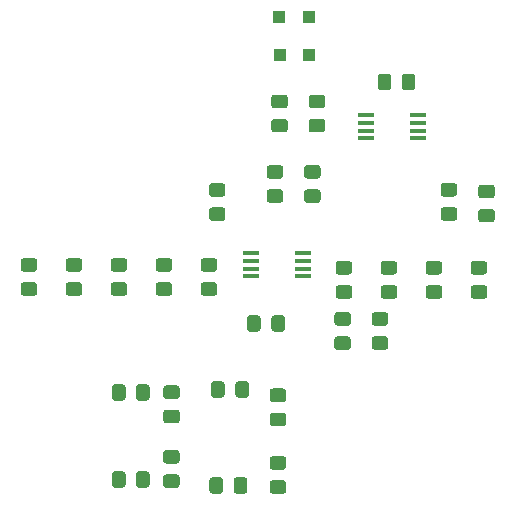
<source format=gbr>
%TF.GenerationSoftware,KiCad,Pcbnew,(5.1.9)-1*%
%TF.CreationDate,2021-07-10T10:06:25-04:00*%
%TF.ProjectId,detector_circuit_LTC6269,64657465-6374-46f7-925f-636972637569,rev?*%
%TF.SameCoordinates,Original*%
%TF.FileFunction,Paste,Top*%
%TF.FilePolarity,Positive*%
%FSLAX46Y46*%
G04 Gerber Fmt 4.6, Leading zero omitted, Abs format (unit mm)*
G04 Created by KiCad (PCBNEW (5.1.9)-1) date 2021-07-10 10:06:25*
%MOMM*%
%LPD*%
G01*
G04 APERTURE LIST*
%ADD10R,1.450000X0.450000*%
%ADD11R,1.000000X1.000000*%
G04 APERTURE END LIST*
%TO.C,R1*%
G36*
G01*
X105288501Y-120082000D02*
X104388499Y-120082000D01*
G75*
G02*
X104138500Y-119832001I0J249999D01*
G01*
X104138500Y-119181999D01*
G75*
G02*
X104388499Y-118932000I249999J0D01*
G01*
X105288501Y-118932000D01*
G75*
G02*
X105538500Y-119181999I0J-249999D01*
G01*
X105538500Y-119832001D01*
G75*
G02*
X105288501Y-120082000I-249999J0D01*
G01*
G37*
G36*
G01*
X105288501Y-122132000D02*
X104388499Y-122132000D01*
G75*
G02*
X104138500Y-121882001I0J249999D01*
G01*
X104138500Y-121231999D01*
G75*
G02*
X104388499Y-120982000I249999J0D01*
G01*
X105288501Y-120982000D01*
G75*
G02*
X105538500Y-121231999I0J-249999D01*
G01*
X105538500Y-121882001D01*
G75*
G02*
X105288501Y-122132000I-249999J0D01*
G01*
G37*
%TD*%
%TO.C,R26*%
G36*
G01*
X115001999Y-131904000D02*
X115902001Y-131904000D01*
G75*
G02*
X116152000Y-132153999I0J-249999D01*
G01*
X116152000Y-132804001D01*
G75*
G02*
X115902001Y-133054000I-249999J0D01*
G01*
X115001999Y-133054000D01*
G75*
G02*
X114752000Y-132804001I0J249999D01*
G01*
X114752000Y-132153999D01*
G75*
G02*
X115001999Y-131904000I249999J0D01*
G01*
G37*
G36*
G01*
X115001999Y-129854000D02*
X115902001Y-129854000D01*
G75*
G02*
X116152000Y-130103999I0J-249999D01*
G01*
X116152000Y-130754001D01*
G75*
G02*
X115902001Y-131004000I-249999J0D01*
G01*
X115001999Y-131004000D01*
G75*
G02*
X114752000Y-130754001I0J249999D01*
G01*
X114752000Y-130103999D01*
G75*
G02*
X115001999Y-129854000I249999J0D01*
G01*
G37*
%TD*%
%TO.C,R34*%
G36*
G01*
X119068001Y-130995000D02*
X118167999Y-130995000D01*
G75*
G02*
X117918000Y-130745001I0J249999D01*
G01*
X117918000Y-130094999D01*
G75*
G02*
X118167999Y-129845000I249999J0D01*
G01*
X119068001Y-129845000D01*
G75*
G02*
X119318000Y-130094999I0J-249999D01*
G01*
X119318000Y-130745001D01*
G75*
G02*
X119068001Y-130995000I-249999J0D01*
G01*
G37*
G36*
G01*
X119068001Y-133045000D02*
X118167999Y-133045000D01*
G75*
G02*
X117918000Y-132795001I0J249999D01*
G01*
X117918000Y-132144999D01*
G75*
G02*
X118167999Y-131895000I249999J0D01*
G01*
X119068001Y-131895000D01*
G75*
G02*
X119318000Y-132144999I0J-249999D01*
G01*
X119318000Y-132795001D01*
G75*
G02*
X119068001Y-133045000I-249999J0D01*
G01*
G37*
%TD*%
%TO.C,R39*%
G36*
G01*
X109658999Y-113489000D02*
X110559001Y-113489000D01*
G75*
G02*
X110809000Y-113738999I0J-249999D01*
G01*
X110809000Y-114389001D01*
G75*
G02*
X110559001Y-114639000I-249999J0D01*
G01*
X109658999Y-114639000D01*
G75*
G02*
X109409000Y-114389001I0J249999D01*
G01*
X109409000Y-113738999D01*
G75*
G02*
X109658999Y-113489000I249999J0D01*
G01*
G37*
G36*
G01*
X109658999Y-111439000D02*
X110559001Y-111439000D01*
G75*
G02*
X110809000Y-111688999I0J-249999D01*
G01*
X110809000Y-112339001D01*
G75*
G02*
X110559001Y-112589000I-249999J0D01*
G01*
X109658999Y-112589000D01*
G75*
G02*
X109409000Y-112339001I0J249999D01*
G01*
X109409000Y-111688999D01*
G75*
G02*
X109658999Y-111439000I249999J0D01*
G01*
G37*
%TD*%
%TO.C,C32*%
G36*
G01*
X97077000Y-136201999D02*
X97077000Y-137102001D01*
G75*
G02*
X96827001Y-137352000I-249999J0D01*
G01*
X96176999Y-137352000D01*
G75*
G02*
X95927000Y-137102001I0J249999D01*
G01*
X95927000Y-136201999D01*
G75*
G02*
X96176999Y-135952000I249999J0D01*
G01*
X96827001Y-135952000D01*
G75*
G02*
X97077000Y-136201999I0J-249999D01*
G01*
G37*
G36*
G01*
X99127000Y-136201999D02*
X99127000Y-137102001D01*
G75*
G02*
X98877001Y-137352000I-249999J0D01*
G01*
X98226999Y-137352000D01*
G75*
G02*
X97977000Y-137102001I0J249999D01*
G01*
X97977000Y-136201999D01*
G75*
G02*
X98226999Y-135952000I249999J0D01*
G01*
X98877001Y-135952000D01*
G75*
G02*
X99127000Y-136201999I0J-249999D01*
G01*
G37*
%TD*%
%TO.C,C27*%
G36*
G01*
X127184999Y-121109000D02*
X128085001Y-121109000D01*
G75*
G02*
X128335000Y-121358999I0J-249999D01*
G01*
X128335000Y-122009001D01*
G75*
G02*
X128085001Y-122259000I-249999J0D01*
G01*
X127184999Y-122259000D01*
G75*
G02*
X126935000Y-122009001I0J249999D01*
G01*
X126935000Y-121358999D01*
G75*
G02*
X127184999Y-121109000I249999J0D01*
G01*
G37*
G36*
G01*
X127184999Y-119059000D02*
X128085001Y-119059000D01*
G75*
G02*
X128335000Y-119308999I0J-249999D01*
G01*
X128335000Y-119959001D01*
G75*
G02*
X128085001Y-120209000I-249999J0D01*
G01*
X127184999Y-120209000D01*
G75*
G02*
X126935000Y-119959001I0J249999D01*
G01*
X126935000Y-119308999D01*
G75*
G02*
X127184999Y-119059000I249999J0D01*
G01*
G37*
%TD*%
D10*
%TO.C,U12*%
X112118500Y-124882000D03*
X112118500Y-125532000D03*
X112118500Y-126182000D03*
X112118500Y-126832000D03*
X107718500Y-126832000D03*
X107718500Y-126182000D03*
X107718500Y-125532000D03*
X107718500Y-124882000D03*
%TD*%
%TO.C,C37*%
G36*
G01*
X109277999Y-119449000D02*
X110178001Y-119449000D01*
G75*
G02*
X110428000Y-119698999I0J-249999D01*
G01*
X110428000Y-120349001D01*
G75*
G02*
X110178001Y-120599000I-249999J0D01*
G01*
X109277999Y-120599000D01*
G75*
G02*
X109028000Y-120349001I0J249999D01*
G01*
X109028000Y-119698999D01*
G75*
G02*
X109277999Y-119449000I249999J0D01*
G01*
G37*
G36*
G01*
X109277999Y-117399000D02*
X110178001Y-117399000D01*
G75*
G02*
X110428000Y-117648999I0J-249999D01*
G01*
X110428000Y-118299001D01*
G75*
G02*
X110178001Y-118549000I-249999J0D01*
G01*
X109277999Y-118549000D01*
G75*
G02*
X109028000Y-118299001I0J249999D01*
G01*
X109028000Y-117648999D01*
G75*
G02*
X109277999Y-117399000I249999J0D01*
G01*
G37*
%TD*%
%TO.C,R42*%
G36*
G01*
X124009999Y-120964000D02*
X124910001Y-120964000D01*
G75*
G02*
X125160000Y-121213999I0J-249999D01*
G01*
X125160000Y-121864001D01*
G75*
G02*
X124910001Y-122114000I-249999J0D01*
G01*
X124009999Y-122114000D01*
G75*
G02*
X123760000Y-121864001I0J249999D01*
G01*
X123760000Y-121213999D01*
G75*
G02*
X124009999Y-120964000I249999J0D01*
G01*
G37*
G36*
G01*
X124009999Y-118914000D02*
X124910001Y-118914000D01*
G75*
G02*
X125160000Y-119163999I0J-249999D01*
G01*
X125160000Y-119814001D01*
G75*
G02*
X124910001Y-120064000I-249999J0D01*
G01*
X124009999Y-120064000D01*
G75*
G02*
X123760000Y-119814001I0J249999D01*
G01*
X123760000Y-119163999D01*
G75*
G02*
X124009999Y-118914000I249999J0D01*
G01*
G37*
%TD*%
%TO.C,C35*%
G36*
G01*
X108525000Y-130359999D02*
X108525000Y-131260001D01*
G75*
G02*
X108275001Y-131510000I-249999J0D01*
G01*
X107624999Y-131510000D01*
G75*
G02*
X107375000Y-131260001I0J249999D01*
G01*
X107375000Y-130359999D01*
G75*
G02*
X107624999Y-130110000I249999J0D01*
G01*
X108275001Y-130110000D01*
G75*
G02*
X108525000Y-130359999I0J-249999D01*
G01*
G37*
G36*
G01*
X110575000Y-130359999D02*
X110575000Y-131260001D01*
G75*
G02*
X110325001Y-131510000I-249999J0D01*
G01*
X109674999Y-131510000D01*
G75*
G02*
X109425000Y-131260001I0J249999D01*
G01*
X109425000Y-130359999D01*
G75*
G02*
X109674999Y-130110000I249999J0D01*
G01*
X110325001Y-130110000D01*
G75*
G02*
X110575000Y-130359999I0J-249999D01*
G01*
G37*
%TD*%
D11*
%TO.C,D2*%
X112629000Y-108077000D03*
X110129000Y-108077000D03*
%TD*%
D10*
%TO.C,U13*%
X121834000Y-113198000D03*
X121834000Y-113848000D03*
X121834000Y-114498000D03*
X121834000Y-115148000D03*
X117434000Y-115148000D03*
X117434000Y-114498000D03*
X117434000Y-113848000D03*
X117434000Y-113198000D03*
%TD*%
%TO.C,R40*%
G36*
G01*
X99879999Y-127323000D02*
X100780001Y-127323000D01*
G75*
G02*
X101030000Y-127572999I0J-249999D01*
G01*
X101030000Y-128223001D01*
G75*
G02*
X100780001Y-128473000I-249999J0D01*
G01*
X99879999Y-128473000D01*
G75*
G02*
X99630000Y-128223001I0J249999D01*
G01*
X99630000Y-127572999D01*
G75*
G02*
X99879999Y-127323000I249999J0D01*
G01*
G37*
G36*
G01*
X99879999Y-125273000D02*
X100780001Y-125273000D01*
G75*
G02*
X101030000Y-125522999I0J-249999D01*
G01*
X101030000Y-126173001D01*
G75*
G02*
X100780001Y-126423000I-249999J0D01*
G01*
X99879999Y-126423000D01*
G75*
G02*
X99630000Y-126173001I0J249999D01*
G01*
X99630000Y-125522999D01*
G75*
G02*
X99879999Y-125273000I249999J0D01*
G01*
G37*
%TD*%
%TO.C,R36*%
G36*
G01*
X122739999Y-127568000D02*
X123640001Y-127568000D01*
G75*
G02*
X123890000Y-127817999I0J-249999D01*
G01*
X123890000Y-128468001D01*
G75*
G02*
X123640001Y-128718000I-249999J0D01*
G01*
X122739999Y-128718000D01*
G75*
G02*
X122490000Y-128468001I0J249999D01*
G01*
X122490000Y-127817999D01*
G75*
G02*
X122739999Y-127568000I249999J0D01*
G01*
G37*
G36*
G01*
X122739999Y-125518000D02*
X123640001Y-125518000D01*
G75*
G02*
X123890000Y-125767999I0J-249999D01*
G01*
X123890000Y-126418001D01*
G75*
G02*
X123640001Y-126668000I-249999J0D01*
G01*
X122739999Y-126668000D01*
G75*
G02*
X122490000Y-126418001I0J249999D01*
G01*
X122490000Y-125767999D01*
G75*
G02*
X122739999Y-125518000I249999J0D01*
G01*
G37*
%TD*%
%TO.C,R35*%
G36*
G01*
X126549999Y-127568000D02*
X127450001Y-127568000D01*
G75*
G02*
X127700000Y-127817999I0J-249999D01*
G01*
X127700000Y-128468001D01*
G75*
G02*
X127450001Y-128718000I-249999J0D01*
G01*
X126549999Y-128718000D01*
G75*
G02*
X126300000Y-128468001I0J249999D01*
G01*
X126300000Y-127817999D01*
G75*
G02*
X126549999Y-127568000I249999J0D01*
G01*
G37*
G36*
G01*
X126549999Y-125518000D02*
X127450001Y-125518000D01*
G75*
G02*
X127700000Y-125767999I0J-249999D01*
G01*
X127700000Y-126418001D01*
G75*
G02*
X127450001Y-126668000I-249999J0D01*
G01*
X126549999Y-126668000D01*
G75*
G02*
X126300000Y-126418001I0J249999D01*
G01*
X126300000Y-125767999D01*
G75*
G02*
X126549999Y-125518000I249999J0D01*
G01*
G37*
%TD*%
%TO.C,R33*%
G36*
G01*
X107382000Y-144075999D02*
X107382000Y-144976001D01*
G75*
G02*
X107132001Y-145226000I-249999J0D01*
G01*
X106481999Y-145226000D01*
G75*
G02*
X106232000Y-144976001I0J249999D01*
G01*
X106232000Y-144075999D01*
G75*
G02*
X106481999Y-143826000I249999J0D01*
G01*
X107132001Y-143826000D01*
G75*
G02*
X107382000Y-144075999I0J-249999D01*
G01*
G37*
G36*
G01*
X105332000Y-144075999D02*
X105332000Y-144976001D01*
G75*
G02*
X105082001Y-145226000I-249999J0D01*
G01*
X104431999Y-145226000D01*
G75*
G02*
X104182000Y-144976001I0J249999D01*
G01*
X104182000Y-144075999D01*
G75*
G02*
X104431999Y-143826000I249999J0D01*
G01*
X105082001Y-143826000D01*
G75*
G02*
X105332000Y-144075999I0J-249999D01*
G01*
G37*
%TD*%
%TO.C,R32*%
G36*
G01*
X101415001Y-142679000D02*
X100514999Y-142679000D01*
G75*
G02*
X100265000Y-142429001I0J249999D01*
G01*
X100265000Y-141778999D01*
G75*
G02*
X100514999Y-141529000I249999J0D01*
G01*
X101415001Y-141529000D01*
G75*
G02*
X101665000Y-141778999I0J-249999D01*
G01*
X101665000Y-142429001D01*
G75*
G02*
X101415001Y-142679000I-249999J0D01*
G01*
G37*
G36*
G01*
X101415001Y-144729000D02*
X100514999Y-144729000D01*
G75*
G02*
X100265000Y-144479001I0J249999D01*
G01*
X100265000Y-143828999D01*
G75*
G02*
X100514999Y-143579000I249999J0D01*
G01*
X101415001Y-143579000D01*
G75*
G02*
X101665000Y-143828999I0J-249999D01*
G01*
X101665000Y-144479001D01*
G75*
G02*
X101415001Y-144729000I-249999J0D01*
G01*
G37*
%TD*%
%TO.C,R31*%
G36*
G01*
X88449999Y-127323000D02*
X89350001Y-127323000D01*
G75*
G02*
X89600000Y-127572999I0J-249999D01*
G01*
X89600000Y-128223001D01*
G75*
G02*
X89350001Y-128473000I-249999J0D01*
G01*
X88449999Y-128473000D01*
G75*
G02*
X88200000Y-128223001I0J249999D01*
G01*
X88200000Y-127572999D01*
G75*
G02*
X88449999Y-127323000I249999J0D01*
G01*
G37*
G36*
G01*
X88449999Y-125273000D02*
X89350001Y-125273000D01*
G75*
G02*
X89600000Y-125522999I0J-249999D01*
G01*
X89600000Y-126173001D01*
G75*
G02*
X89350001Y-126423000I-249999J0D01*
G01*
X88449999Y-126423000D01*
G75*
G02*
X88200000Y-126173001I0J249999D01*
G01*
X88200000Y-125522999D01*
G75*
G02*
X88449999Y-125273000I249999J0D01*
G01*
G37*
%TD*%
%TO.C,R30*%
G36*
G01*
X112452999Y-119449000D02*
X113353001Y-119449000D01*
G75*
G02*
X113603000Y-119698999I0J-249999D01*
G01*
X113603000Y-120349001D01*
G75*
G02*
X113353001Y-120599000I-249999J0D01*
G01*
X112452999Y-120599000D01*
G75*
G02*
X112203000Y-120349001I0J249999D01*
G01*
X112203000Y-119698999D01*
G75*
G02*
X112452999Y-119449000I249999J0D01*
G01*
G37*
G36*
G01*
X112452999Y-117399000D02*
X113353001Y-117399000D01*
G75*
G02*
X113603000Y-117648999I0J-249999D01*
G01*
X113603000Y-118299001D01*
G75*
G02*
X113353001Y-118549000I-249999J0D01*
G01*
X112452999Y-118549000D01*
G75*
G02*
X112203000Y-118299001I0J249999D01*
G01*
X112203000Y-117648999D01*
G75*
G02*
X112452999Y-117399000I249999J0D01*
G01*
G37*
%TD*%
%TO.C,R27*%
G36*
G01*
X115119999Y-127568000D02*
X116020001Y-127568000D01*
G75*
G02*
X116270000Y-127817999I0J-249999D01*
G01*
X116270000Y-128468001D01*
G75*
G02*
X116020001Y-128718000I-249999J0D01*
G01*
X115119999Y-128718000D01*
G75*
G02*
X114870000Y-128468001I0J249999D01*
G01*
X114870000Y-127817999D01*
G75*
G02*
X115119999Y-127568000I249999J0D01*
G01*
G37*
G36*
G01*
X115119999Y-125518000D02*
X116020001Y-125518000D01*
G75*
G02*
X116270000Y-125767999I0J-249999D01*
G01*
X116270000Y-126418001D01*
G75*
G02*
X116020001Y-126668000I-249999J0D01*
G01*
X115119999Y-126668000D01*
G75*
G02*
X114870000Y-126418001I0J249999D01*
G01*
X114870000Y-125767999D01*
G75*
G02*
X115119999Y-125518000I249999J0D01*
G01*
G37*
%TD*%
%TO.C,R25*%
G36*
G01*
X105477000Y-135947999D02*
X105477000Y-136848001D01*
G75*
G02*
X105227001Y-137098000I-249999J0D01*
G01*
X104576999Y-137098000D01*
G75*
G02*
X104327000Y-136848001I0J249999D01*
G01*
X104327000Y-135947999D01*
G75*
G02*
X104576999Y-135698000I249999J0D01*
G01*
X105227001Y-135698000D01*
G75*
G02*
X105477000Y-135947999I0J-249999D01*
G01*
G37*
G36*
G01*
X107527000Y-135947999D02*
X107527000Y-136848001D01*
G75*
G02*
X107277001Y-137098000I-249999J0D01*
G01*
X106626999Y-137098000D01*
G75*
G02*
X106377000Y-136848001I0J249999D01*
G01*
X106377000Y-135947999D01*
G75*
G02*
X106626999Y-135698000I249999J0D01*
G01*
X107277001Y-135698000D01*
G75*
G02*
X107527000Y-135947999I0J-249999D01*
G01*
G37*
%TD*%
%TO.C,R24*%
G36*
G01*
X100514999Y-138109000D02*
X101415001Y-138109000D01*
G75*
G02*
X101665000Y-138358999I0J-249999D01*
G01*
X101665000Y-139009001D01*
G75*
G02*
X101415001Y-139259000I-249999J0D01*
G01*
X100514999Y-139259000D01*
G75*
G02*
X100265000Y-139009001I0J249999D01*
G01*
X100265000Y-138358999D01*
G75*
G02*
X100514999Y-138109000I249999J0D01*
G01*
G37*
G36*
G01*
X100514999Y-136059000D02*
X101415001Y-136059000D01*
G75*
G02*
X101665000Y-136308999I0J-249999D01*
G01*
X101665000Y-136959001D01*
G75*
G02*
X101415001Y-137209000I-249999J0D01*
G01*
X100514999Y-137209000D01*
G75*
G02*
X100265000Y-136959001I0J249999D01*
G01*
X100265000Y-136308999D01*
G75*
G02*
X100514999Y-136059000I249999J0D01*
G01*
G37*
%TD*%
%TO.C,R17*%
G36*
G01*
X92259999Y-127323000D02*
X93160001Y-127323000D01*
G75*
G02*
X93410000Y-127572999I0J-249999D01*
G01*
X93410000Y-128223001D01*
G75*
G02*
X93160001Y-128473000I-249999J0D01*
G01*
X92259999Y-128473000D01*
G75*
G02*
X92010000Y-128223001I0J249999D01*
G01*
X92010000Y-127572999D01*
G75*
G02*
X92259999Y-127323000I249999J0D01*
G01*
G37*
G36*
G01*
X92259999Y-125273000D02*
X93160001Y-125273000D01*
G75*
G02*
X93410000Y-125522999I0J-249999D01*
G01*
X93410000Y-126173001D01*
G75*
G02*
X93160001Y-126423000I-249999J0D01*
G01*
X92259999Y-126423000D01*
G75*
G02*
X92010000Y-126173001I0J249999D01*
G01*
X92010000Y-125522999D01*
G75*
G02*
X92259999Y-125273000I249999J0D01*
G01*
G37*
%TD*%
%TO.C,R16*%
G36*
G01*
X96069999Y-127323000D02*
X96970001Y-127323000D01*
G75*
G02*
X97220000Y-127572999I0J-249999D01*
G01*
X97220000Y-128223001D01*
G75*
G02*
X96970001Y-128473000I-249999J0D01*
G01*
X96069999Y-128473000D01*
G75*
G02*
X95820000Y-128223001I0J249999D01*
G01*
X95820000Y-127572999D01*
G75*
G02*
X96069999Y-127323000I249999J0D01*
G01*
G37*
G36*
G01*
X96069999Y-125273000D02*
X96970001Y-125273000D01*
G75*
G02*
X97220000Y-125522999I0J-249999D01*
G01*
X97220000Y-126173001D01*
G75*
G02*
X96970001Y-126423000I-249999J0D01*
G01*
X96069999Y-126423000D01*
G75*
G02*
X95820000Y-126173001I0J249999D01*
G01*
X95820000Y-125522999D01*
G75*
G02*
X96069999Y-125273000I249999J0D01*
G01*
G37*
%TD*%
D11*
%TO.C,D6*%
X112609000Y-104902000D03*
X110109000Y-104902000D03*
%TD*%
%TO.C,C39*%
G36*
G01*
X119574000Y-109912999D02*
X119574000Y-110813001D01*
G75*
G02*
X119324001Y-111063000I-249999J0D01*
G01*
X118673999Y-111063000D01*
G75*
G02*
X118424000Y-110813001I0J249999D01*
G01*
X118424000Y-109912999D01*
G75*
G02*
X118673999Y-109663000I249999J0D01*
G01*
X119324001Y-109663000D01*
G75*
G02*
X119574000Y-109912999I0J-249999D01*
G01*
G37*
G36*
G01*
X121624000Y-109912999D02*
X121624000Y-110813001D01*
G75*
G02*
X121374001Y-111063000I-249999J0D01*
G01*
X120723999Y-111063000D01*
G75*
G02*
X120474000Y-110813001I0J249999D01*
G01*
X120474000Y-109912999D01*
G75*
G02*
X120723999Y-109663000I249999J0D01*
G01*
X121374001Y-109663000D01*
G75*
G02*
X121624000Y-109912999I0J-249999D01*
G01*
G37*
%TD*%
%TO.C,C36*%
G36*
G01*
X118929999Y-127568000D02*
X119830001Y-127568000D01*
G75*
G02*
X120080000Y-127817999I0J-249999D01*
G01*
X120080000Y-128468001D01*
G75*
G02*
X119830001Y-128718000I-249999J0D01*
G01*
X118929999Y-128718000D01*
G75*
G02*
X118680000Y-128468001I0J249999D01*
G01*
X118680000Y-127817999D01*
G75*
G02*
X118929999Y-127568000I249999J0D01*
G01*
G37*
G36*
G01*
X118929999Y-125518000D02*
X119830001Y-125518000D01*
G75*
G02*
X120080000Y-125767999I0J-249999D01*
G01*
X120080000Y-126418001D01*
G75*
G02*
X119830001Y-126668000I-249999J0D01*
G01*
X118929999Y-126668000D01*
G75*
G02*
X118680000Y-126418001I0J249999D01*
G01*
X118680000Y-125767999D01*
G75*
G02*
X118929999Y-125518000I249999J0D01*
G01*
G37*
%TD*%
%TO.C,C33*%
G36*
G01*
X110432001Y-137463000D02*
X109531999Y-137463000D01*
G75*
G02*
X109282000Y-137213001I0J249999D01*
G01*
X109282000Y-136562999D01*
G75*
G02*
X109531999Y-136313000I249999J0D01*
G01*
X110432001Y-136313000D01*
G75*
G02*
X110682000Y-136562999I0J-249999D01*
G01*
X110682000Y-137213001D01*
G75*
G02*
X110432001Y-137463000I-249999J0D01*
G01*
G37*
G36*
G01*
X110432001Y-139513000D02*
X109531999Y-139513000D01*
G75*
G02*
X109282000Y-139263001I0J249999D01*
G01*
X109282000Y-138612999D01*
G75*
G02*
X109531999Y-138363000I249999J0D01*
G01*
X110432001Y-138363000D01*
G75*
G02*
X110682000Y-138612999I0J-249999D01*
G01*
X110682000Y-139263001D01*
G75*
G02*
X110432001Y-139513000I-249999J0D01*
G01*
G37*
%TD*%
%TO.C,C31*%
G36*
G01*
X103689999Y-127323000D02*
X104590001Y-127323000D01*
G75*
G02*
X104840000Y-127572999I0J-249999D01*
G01*
X104840000Y-128223001D01*
G75*
G02*
X104590001Y-128473000I-249999J0D01*
G01*
X103689999Y-128473000D01*
G75*
G02*
X103440000Y-128223001I0J249999D01*
G01*
X103440000Y-127572999D01*
G75*
G02*
X103689999Y-127323000I249999J0D01*
G01*
G37*
G36*
G01*
X103689999Y-125273000D02*
X104590001Y-125273000D01*
G75*
G02*
X104840000Y-125522999I0J-249999D01*
G01*
X104840000Y-126173001D01*
G75*
G02*
X104590001Y-126423000I-249999J0D01*
G01*
X103689999Y-126423000D01*
G75*
G02*
X103440000Y-126173001I0J249999D01*
G01*
X103440000Y-125522999D01*
G75*
G02*
X103689999Y-125273000I249999J0D01*
G01*
G37*
%TD*%
%TO.C,C19*%
G36*
G01*
X112833999Y-113489000D02*
X113734001Y-113489000D01*
G75*
G02*
X113984000Y-113738999I0J-249999D01*
G01*
X113984000Y-114389001D01*
G75*
G02*
X113734001Y-114639000I-249999J0D01*
G01*
X112833999Y-114639000D01*
G75*
G02*
X112584000Y-114389001I0J249999D01*
G01*
X112584000Y-113738999D01*
G75*
G02*
X112833999Y-113489000I249999J0D01*
G01*
G37*
G36*
G01*
X112833999Y-111439000D02*
X113734001Y-111439000D01*
G75*
G02*
X113984000Y-111688999I0J-249999D01*
G01*
X113984000Y-112339001D01*
G75*
G02*
X113734001Y-112589000I-249999J0D01*
G01*
X112833999Y-112589000D01*
G75*
G02*
X112584000Y-112339001I0J249999D01*
G01*
X112584000Y-111688999D01*
G75*
G02*
X112833999Y-111439000I249999J0D01*
G01*
G37*
%TD*%
%TO.C,C18*%
G36*
G01*
X109531999Y-142037000D02*
X110432001Y-142037000D01*
G75*
G02*
X110682000Y-142286999I0J-249999D01*
G01*
X110682000Y-142937001D01*
G75*
G02*
X110432001Y-143187000I-249999J0D01*
G01*
X109531999Y-143187000D01*
G75*
G02*
X109282000Y-142937001I0J249999D01*
G01*
X109282000Y-142286999D01*
G75*
G02*
X109531999Y-142037000I249999J0D01*
G01*
G37*
G36*
G01*
X109531999Y-144087000D02*
X110432001Y-144087000D01*
G75*
G02*
X110682000Y-144336999I0J-249999D01*
G01*
X110682000Y-144987001D01*
G75*
G02*
X110432001Y-145237000I-249999J0D01*
G01*
X109531999Y-145237000D01*
G75*
G02*
X109282000Y-144987001I0J249999D01*
G01*
X109282000Y-144336999D01*
G75*
G02*
X109531999Y-144087000I249999J0D01*
G01*
G37*
%TD*%
%TO.C,C17*%
G36*
G01*
X97077000Y-143567999D02*
X97077000Y-144468001D01*
G75*
G02*
X96827001Y-144718000I-249999J0D01*
G01*
X96176999Y-144718000D01*
G75*
G02*
X95927000Y-144468001I0J249999D01*
G01*
X95927000Y-143567999D01*
G75*
G02*
X96176999Y-143318000I249999J0D01*
G01*
X96827001Y-143318000D01*
G75*
G02*
X97077000Y-143567999I0J-249999D01*
G01*
G37*
G36*
G01*
X99127000Y-143567999D02*
X99127000Y-144468001D01*
G75*
G02*
X98877001Y-144718000I-249999J0D01*
G01*
X98226999Y-144718000D01*
G75*
G02*
X97977000Y-144468001I0J249999D01*
G01*
X97977000Y-143567999D01*
G75*
G02*
X98226999Y-143318000I249999J0D01*
G01*
X98877001Y-143318000D01*
G75*
G02*
X99127000Y-143567999I0J-249999D01*
G01*
G37*
%TD*%
M02*

</source>
